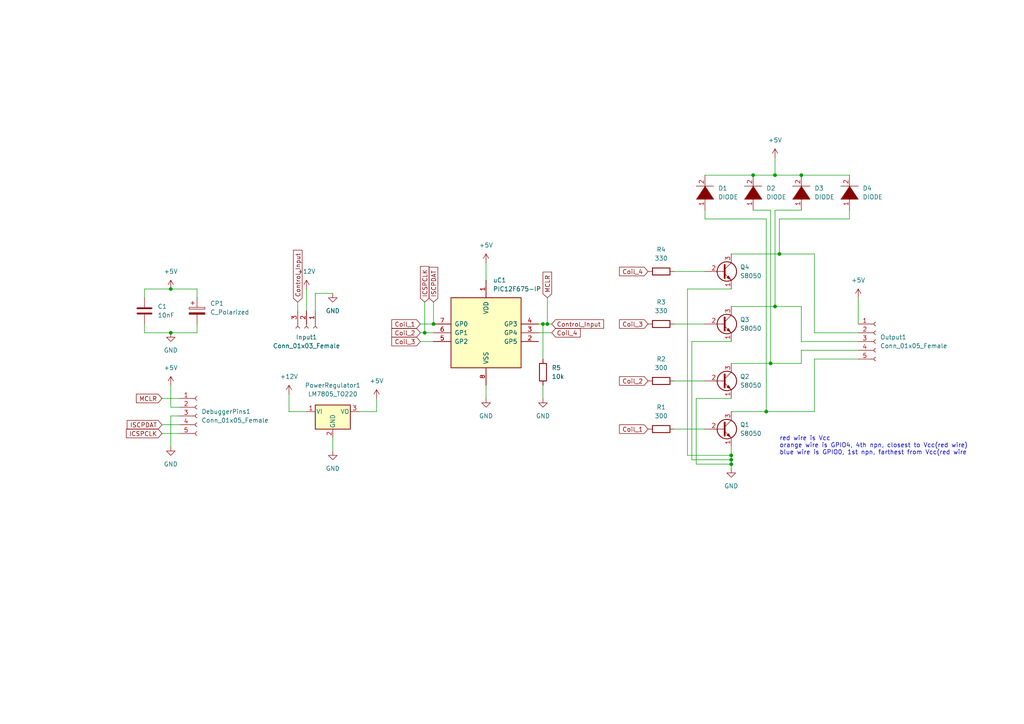
<source format=kicad_sch>
(kicad_sch (version 20211123) (generator eeschema)
  (paper "A4")
  (lib_symbols
    (symbol "Connector:Conn_01x03_Female" (pin_names (offset 1.016) hide)
      (property "Reference" "J" (at 0 5.08 0))
      (property "Value" "Conn_01x03_Female" (at 0 -5.08 0))
      (symbol "Conn_01x03_Female_1_1"
        (arc (start 0 -2.032) (mid -0.508 -2.54) (end 0 -3.048) (stroke (width 0.1524)))
        (polyline (pts (xy -1.27 -2.54) (xy -0.508 -2.54)) (stroke (width 0.1524)))
        (polyline (pts (xy -1.27 0) (xy -0.508 0)) (stroke (width 0.1524)))
        (polyline (pts (xy -1.27 2.54) (xy -0.508 2.54)) (stroke (width 0.1524)))
        (arc (start 0 0.508) (mid -0.508 0) (end 0 -0.508) (stroke (width 0.1524)))
        (arc (start 0 3.048) (mid -0.508 2.54) (end 0 2.032) (stroke (width 0.1524)))
        (pin passive line (at -5.08 2.54 0) (length 3.81) (name "Pin_1") (number "1"))
        (pin passive line (at -5.08 0 0) (length 3.81) (name "Pin_2") (number "2"))
        (pin passive line (at -5.08 -2.54 0) (length 3.81) (name "Pin_3") (number "3"))
      )
    )
    (symbol "Connector:Conn_01x05_Female" (pin_names (offset 1.016) hide)
      (property "Reference" "J" (at 0 7.62 0))
      (property "Value" "Conn_01x05_Female" (at 0 -7.62 0))
      (symbol "Conn_01x05_Female_1_1"
        (arc (start 0 -4.572) (mid -0.508 -5.08) (end 0 -5.588) (stroke (width 0.1524)))
        (arc (start 0 -2.032) (mid -0.508 -2.54) (end 0 -3.048) (stroke (width 0.1524)))
        (polyline (pts (xy -1.27 -5.08) (xy -0.508 -5.08)) (stroke (width 0.1524)))
        (polyline (pts (xy -1.27 -2.54) (xy -0.508 -2.54)) (stroke (width 0.1524)))
        (polyline (pts (xy -1.27 0) (xy -0.508 0)) (stroke (width 0.1524)))
        (polyline (pts (xy -1.27 2.54) (xy -0.508 2.54)) (stroke (width 0.1524)))
        (polyline (pts (xy -1.27 5.08) (xy -0.508 5.08)) (stroke (width 0.1524)))
        (arc (start 0 0.508) (mid -0.508 0) (end 0 -0.508) (stroke (width 0.1524)))
        (arc (start 0 3.048) (mid -0.508 2.54) (end 0 2.032) (stroke (width 0.1524)))
        (arc (start 0 5.588) (mid -0.508 5.08) (end 0 4.572) (stroke (width 0.1524)))
        (pin passive line (at -5.08 5.08 0) (length 3.81) (name "Pin_1") (number "1"))
        (pin passive line (at -5.08 2.54 0) (length 3.81) (name "Pin_2") (number "2"))
        (pin passive line (at -5.08 0 0) (length 3.81) (name "Pin_3") (number "3"))
        (pin passive line (at -5.08 -2.54 0) (length 3.81) (name "Pin_4") (number "4"))
        (pin passive line (at -5.08 -5.08 0) (length 3.81) (name "Pin_5") (number "5"))
      )
    )
    (symbol "Device:C" (pin_numbers hide) (pin_names (offset 0.254))
      (property "Reference" "C" (at 0.635 2.54 0))
      (property "Value" "C" (at 0.635 -2.54 0))
      (symbol "C_0_1"
        (polyline (pts (xy -2.032 -0.762) (xy 2.032 -0.762)) (stroke (width 0.508)))
        (polyline (pts (xy -2.032 0.762) (xy 2.032 0.762)) (stroke (width 0.508)))
      )
      (symbol "C_1_1"
        (pin passive line (at 0 3.81 270) (length 2.794) (name "~") (number "1"))
        (pin passive line (at 0 -3.81 90) (length 2.794) (name "~") (number "2"))
      )
    )
    (symbol "Device:C_Polarized" (pin_numbers hide) (pin_names (offset 0.254))
      (property "Reference" "C" (at 0.635 2.54 0))
      (property "Value" "C_Polarized" (at 0.635 -2.54 0))
      (symbol "C_Polarized_0_1"
        (rectangle (start -2.286 0.508) (end 2.286 1.016))
        (polyline (pts (xy -1.778 2.286) (xy -0.762 2.286)))
        (polyline (pts (xy -1.27 2.794) (xy -1.27 1.778)))
        (rectangle (start 2.286 -0.508) (end -2.286 -1.016) (fill (type outline)))
      )
      (symbol "C_Polarized_1_1"
        (pin passive line (at 0 3.81 270) (length 2.794) (name "~") (number "1"))
        (pin passive line (at 0 -3.81 90) (length 2.794) (name "~") (number "2"))
      )
    )
    (symbol "Device:R" (pin_numbers hide) (pin_names (offset 0))
      (property "Reference" "R" (at 2.032 0 90))
      (property "Value" "R" (at 0 0 90))
      (symbol "R_0_1"
        (rectangle (start -1.016 -2.54) (end 1.016 2.54) (stroke (width 0.254)))
      )
      (symbol "R_1_1"
        (pin passive line (at 0 3.81 270) (length 1.27) (name "~") (number "1"))
        (pin passive line (at 0 -3.81 90) (length 1.27) (name "~") (number "2"))
      )
    )
    (symbol "MCU_Microchip_PIC12:PIC12F675-IP" (pin_names (offset 1.016))
      (property "Reference" "U" (at 1.27 13.97 0))
      (property "Value" "PIC12F675-IP" (at 1.27 11.43 0))
      (symbol "PIC12F675-IP_0_1"
        (rectangle (start 10.16 -10.16) (end -10.16 10.16) (stroke (width 0.254)) (fill (type background)))
      )
      (symbol "PIC12F675-IP_1_1"
        (pin power_in line (at 0 15.24 270) (length 5.08) (name "VDD") (number "1"))
        (pin bidirectional line (at 15.24 -2.54 180) (length 5.08) (name "GP5") (number "2"))
        (pin bidirectional line (at 15.24 0 180) (length 5.08) (name "GP4") (number "3"))
        (pin input line (at 15.24 2.54 180) (length 5.08) (name "GP3") (number "4"))
        (pin bidirectional line (at -15.24 -2.54 0) (length 5.08) (name "GP2") (number "5"))
        (pin bidirectional line (at -15.24 0 0) (length 5.08) (name "GP1") (number "6"))
        (pin bidirectional line (at -15.24 2.54 0) (length 5.08) (name "GP0") (number "7"))
        (pin power_in line (at 0 -15.24 90) (length 5.08) (name "VSS") (number "8"))
      )
    )
    (symbol "Regulator_Linear:LM7805_TO220" (pin_names (offset 0.254))
      (property "Reference" "U" (at -3.81 3.175 0))
      (property "Value" "LM7805_TO220" (at 0 3.175 0))
      (symbol "LM7805_TO220_0_1"
        (rectangle (start -5.08 1.905) (end 5.08 -5.08) (stroke (width 0.254)) (fill (type background)))
      )
      (symbol "LM7805_TO220_1_1"
        (pin power_in line (at -7.62 0 0) (length 2.54) (name "VI") (number "1"))
        (pin power_in line (at 0 -7.62 90) (length 2.54) (name "GND") (number "2"))
        (pin power_out line (at 7.62 0 180) (length 2.54) (name "VO") (number "3"))
      )
    )
    (symbol "Transistor_BJT:S8050" (pin_names (offset 0) hide)
      (property "Reference" "Q" (at 5.08 1.905 0))
      (property "Value" "S8050" (at 5.08 0 0))
      (symbol "S8050_0_1"
        (polyline (pts (xy 0 0) (xy 0.635 0)))
        (polyline (pts (xy 0.635 0.635) (xy 2.54 2.54)))
        (polyline (pts (xy 0.635 -0.635) (xy 2.54 -2.54) (xy 2.54 -2.54)))
        (polyline (pts (xy 0.635 1.905) (xy 0.635 -1.905) (xy 0.635 -1.905)) (stroke (width 0.508)))
        (polyline (pts (xy 1.27 -1.778) (xy 1.778 -1.27) (xy 2.286 -2.286) (xy 1.27 -1.778) (xy 1.27 -1.778)) (fill (type outline)))
        (circle (center 1.27 0) (radius 2.8194) (stroke (width 0.254)))
      )
      (symbol "S8050_1_1"
        (pin passive line (at 2.54 -5.08 90) (length 2.54) (name "E") (number "1"))
        (pin input line (at -5.08 0 0) (length 5.08) (name "B") (number "2"))
        (pin passive line (at 2.54 5.08 270) (length 2.54) (name "C") (number "3"))
      )
    )
    (symbol "power:+12V" (power) (pin_names (offset 0))
      (property "Value" "+12V" (at 0 3.556 0))
      (symbol "+12V_0_1"
        (polyline (pts (xy -0.762 1.27) (xy 0 2.54)))
        (polyline (pts (xy 0 0) (xy 0 2.54)))
        (polyline (pts (xy 0 2.54) (xy 0.762 1.27)))
      )
      (symbol "+12V_1_1"
        (pin power_in line (at 0 0 90) (length 0) hide (name "+12V") (number "1"))
      )
    )
    (symbol "power:+5V" (power) (pin_names (offset 0))
      (property "Value" "+5V" (at 0 3.556 0))
      (symbol "+5V_0_1"
        (polyline (pts (xy -0.762 1.27) (xy 0 2.54)))
        (polyline (pts (xy 0 0) (xy 0 2.54)))
        (polyline (pts (xy 0 2.54) (xy 0.762 1.27)))
      )
      (symbol "+5V_1_1"
        (pin power_in line (at 0 0 90) (length 0) hide (name "+5V") (number "1"))
      )
    )
    (symbol "power:GND" (power) (pin_names (offset 0))
      (property "Value" "GND" (at 0 -3.81 0))
      (symbol "GND_0_1"
        (polyline (pts (xy 0 0) (xy 0 -1.27) (xy 1.27 -1.27) (xy 0 -2.54) (xy -1.27 -1.27) (xy 0 -1.27)))
      )
      (symbol "GND_1_1"
        (pin power_in line (at 0 0 270) (length 0) hide (name "GND") (number "1"))
      )
    )
    (symbol "pspice:DIODE" (pin_names (offset 1.016) hide)
      (property "Reference" "D" (at 0 3.81 0))
      (property "Value" "DIODE" (at 0 -4.445 0))
      (symbol "DIODE_0_1"
        (polyline (pts (xy 1.905 2.54) (xy 1.905 -2.54)))
        (polyline (pts (xy -1.905 2.54) (xy -1.905 -2.54) (xy 1.905 0)) (fill (type outline)))
      )
      (symbol "DIODE_1_1"
        (pin input line (at -5.08 0 0) (length 3.81) (name "K") (number "1"))
        (pin input line (at 5.08 0 180) (length 3.81) (name "A") (number "2"))
      )
    )
  )
  (junction (at 226.06 73.66))
  (junction (at 212.09 132.08))
  (junction (at 157.48 93.98))
  (junction (at 158.75 93.98))
  (junction (at 224.79 88.9))
  (junction (at 49.53 96.52))
  (junction (at 223.52 105.41))
  (junction (at 224.79 50.8))
  (junction (at 222.25 119.38))
  (junction (at 212.09 134.62))
  (junction (at 218.44 50.8))
  (junction (at 123.19 96.52))
  (junction (at 232.41 50.8))
  (junction (at 125.73 93.98))
  (junction (at 49.53 83.82))
  (junction (at 212.09 133.35))
  (wire (pts (xy 86.36 87.63) (xy 86.36 90.17)))
  (wire (pts (xy 41.91 83.82) (xy 49.53 83.82)))
  (wire (pts (xy 49.53 129.54) (xy 49.53 120.65)))
  (wire (pts (xy 212.09 73.66) (xy 226.06 73.66)))
  (wire (pts (xy 125.73 87.63) (xy 125.73 93.98)))
  (wire (pts (xy 158.75 93.98) (xy 157.48 93.98)))
  (wire (pts (xy 121.92 96.52) (xy 123.19 96.52)))
  (wire (pts (xy 83.82 119.38) (xy 88.9 119.38)))
  (wire (pts (xy 224.79 88.9) (xy 232.41 88.9)))
  (wire (pts (xy 246.38 60.96) (xy 246.38 63.5)))
  (wire (pts (xy 232.41 50.8) (xy 246.38 50.8)))
  (wire (pts (xy 121.92 93.98) (xy 125.73 93.98)))
  (wire (pts (xy 224.79 50.8) (xy 232.41 50.8)))
  (wire (pts (xy 49.53 120.65) (xy 52.07 120.65)))
  (wire (pts (xy 212.09 119.38) (xy 222.25 119.38)))
  (wire (pts (xy 201.93 115.57) (xy 201.93 134.62)))
  (wire (pts (xy 236.22 96.52) (xy 248.92 96.52)))
  (wire (pts (xy 199.39 83.82) (xy 199.39 132.08)))
  (wire (pts (xy 57.15 83.82) (xy 57.15 86.36)))
  (wire (pts (xy 212.09 133.35) (xy 212.09 134.62)))
  (wire (pts (xy 195.58 93.98) (xy 204.47 93.98)))
  (wire (pts (xy 49.53 96.52) (xy 41.91 96.52)))
  (wire (pts (xy 91.44 90.17) (xy 91.44 85.09)))
  (wire (pts (xy 212.09 83.82) (xy 199.39 83.82)))
  (wire (pts (xy 212.09 115.57) (xy 201.93 115.57)))
  (wire (pts (xy 57.15 93.98) (xy 57.15 96.52)))
  (wire (pts (xy 140.97 76.2) (xy 140.97 81.28)))
  (wire (pts (xy 248.92 86.36) (xy 248.92 93.98)))
  (wire (pts (xy 204.47 50.8) (xy 218.44 50.8)))
  (wire (pts (xy 46.99 115.57) (xy 52.07 115.57)))
  (wire (pts (xy 109.22 119.38) (xy 104.14 119.38)))
  (wire (pts (xy 96.52 127) (xy 96.52 130.81)))
  (wire (pts (xy 236.22 73.66) (xy 236.22 96.52)))
  (wire (pts (xy 57.15 96.52) (xy 49.53 96.52)))
  (wire (pts (xy 232.41 60.96) (xy 224.79 60.96)))
  (wire (pts (xy 212.09 99.06) (xy 200.66 99.06)))
  (wire (pts (xy 222.25 119.38) (xy 236.22 119.38)))
  (wire (pts (xy 160.02 96.52) (xy 156.21 96.52)))
  (wire (pts (xy 232.41 105.41) (xy 232.41 101.6)))
  (wire (pts (xy 123.19 87.63) (xy 123.19 96.52)))
  (wire (pts (xy 195.58 110.49) (xy 204.47 110.49)))
  (wire (pts (xy 232.41 99.06) (xy 248.92 99.06)))
  (wire (pts (xy 201.93 134.62) (xy 212.09 134.62)))
  (wire (pts (xy 232.41 101.6) (xy 248.92 101.6)))
  (wire (pts (xy 226.06 73.66) (xy 236.22 73.66)))
  (wire (pts (xy 204.47 60.96) (xy 204.47 63.5)))
  (wire (pts (xy 123.19 96.52) (xy 125.73 96.52)))
  (wire (pts (xy 223.52 60.96) (xy 223.52 105.41)))
  (wire (pts (xy 218.44 60.96) (xy 223.52 60.96)))
  (wire (pts (xy 226.06 63.5) (xy 226.06 73.66)))
  (wire (pts (xy 158.75 86.36) (xy 158.75 93.98)))
  (wire (pts (xy 224.79 45.72) (xy 224.79 50.8)))
  (wire (pts (xy 200.66 133.35) (xy 212.09 133.35)))
  (wire (pts (xy 195.58 78.74) (xy 204.47 78.74)))
  (wire (pts (xy 46.99 125.73) (xy 52.07 125.73)))
  (wire (pts (xy 41.91 86.36) (xy 41.91 83.82)))
  (wire (pts (xy 41.91 96.52) (xy 41.91 93.98)))
  (wire (pts (xy 212.09 88.9) (xy 224.79 88.9)))
  (wire (pts (xy 49.53 111.76) (xy 49.53 118.11)))
  (wire (pts (xy 109.22 115.57) (xy 109.22 119.38)))
  (wire (pts (xy 204.47 63.5) (xy 222.25 63.5)))
  (wire (pts (xy 212.09 132.08) (xy 212.09 133.35)))
  (wire (pts (xy 157.48 93.98) (xy 157.48 104.14)))
  (wire (pts (xy 199.39 132.08) (xy 212.09 132.08)))
  (wire (pts (xy 236.22 119.38) (xy 236.22 104.14)))
  (wire (pts (xy 195.58 124.46) (xy 204.47 124.46)))
  (wire (pts (xy 224.79 60.96) (xy 224.79 88.9)))
  (wire (pts (xy 232.41 88.9) (xy 232.41 99.06)))
  (wire (pts (xy 49.53 118.11) (xy 52.07 118.11)))
  (wire (pts (xy 222.25 63.5) (xy 222.25 119.38)))
  (wire (pts (xy 212.09 105.41) (xy 223.52 105.41)))
  (wire (pts (xy 121.92 99.06) (xy 125.73 99.06)))
  (wire (pts (xy 160.02 93.98) (xy 158.75 93.98)))
  (wire (pts (xy 83.82 114.3) (xy 83.82 119.38)))
  (wire (pts (xy 223.52 105.41) (xy 232.41 105.41)))
  (wire (pts (xy 218.44 50.8) (xy 224.79 50.8)))
  (wire (pts (xy 212.09 134.62) (xy 212.09 135.89)))
  (wire (pts (xy 140.97 111.76) (xy 140.97 115.57)))
  (wire (pts (xy 88.9 83.82) (xy 88.9 90.17)))
  (wire (pts (xy 46.99 123.19) (xy 52.07 123.19)))
  (wire (pts (xy 226.06 63.5) (xy 246.38 63.5)))
  (wire (pts (xy 157.48 111.76) (xy 157.48 115.57)))
  (wire (pts (xy 212.09 129.54) (xy 212.09 132.08)))
  (wire (pts (xy 91.44 85.09) (xy 96.52 85.09)))
  (wire (pts (xy 236.22 104.14) (xy 248.92 104.14)))
  (wire (pts (xy 157.48 93.98) (xy 156.21 93.98)))
  (wire (pts (xy 200.66 99.06) (xy 200.66 133.35)))
  (wire (pts (xy 49.53 83.82) (xy 57.15 83.82)))
  (text "red wire is Vcc\norange wire is GPIO4, 4th npn, closest to Vcc(red wire)\nblue wire is GPIO0, 1st npn, farthest from Vcc(red wire" (at 226.06 132.08 0) (effects (font (size 1.27 1.27)) (justify left bottom)))
  (global_label "Coil_3" (shape input) (at 187.96 93.98 180) (property "Intersheet References" "${INTERSHEET_REFS}" (effects hide)))
  (global_label "Control_Input" (shape input) (at 86.36 87.63 90) (property "Intersheet References" "${INTERSHEET_REFS}" (effects hide)))
  (global_label "Coil_3" (shape input) (at 121.92 99.06 180) (property "Intersheet References" "${INTERSHEET_REFS}" (effects hide)))
  (global_label "Coil_1" (shape input) (at 187.96 124.46 180) (property "Intersheet References" "${INTERSHEET_REFS}" (effects hide)))
  (global_label "MCLR" (shape input) (at 46.99 115.57 180) (property "Intersheet References" "${INTERSHEET_REFS}" (effects hide)))
  (global_label "Coil_4" (shape input) (at 187.96 78.74 180) (property "Intersheet References" "${INTERSHEET_REFS}" (effects hide)))
  (global_label "ISCPDAT" (shape input) (at 125.73 87.63 90) (property "Intersheet References" "${INTERSHEET_REFS}" (effects hide)))
  (global_label "ICSPCLK" (shape input) (at 123.19 87.63 90) (property "Intersheet References" "${INTERSHEET_REFS}" (effects hide)))
  (global_label "Coil_4" (shape input) (at 160.02 96.52 0) (property "Intersheet References" "${INTERSHEET_REFS}" (effects hide)))
  (global_label "Control_Input" (shape input) (at 160.02 93.98 0) (property "Intersheet References" "${INTERSHEET_REFS}" (effects hide)))
  (global_label "Coil_1" (shape input) (at 121.92 93.98 180) (property "Intersheet References" "${INTERSHEET_REFS}" (effects hide)))
  (global_label "Coil_2" (shape input) (at 187.96 110.49 180) (property "Intersheet References" "${INTERSHEET_REFS}" (effects hide)))
  (global_label "MCLR" (shape input) (at 158.75 86.36 90) (property "Intersheet References" "${INTERSHEET_REFS}" (effects hide)))
  (global_label "ISCPDAT" (shape input) (at 46.99 123.19 180) (property "Intersheet References" "${INTERSHEET_REFS}" (effects hide)))
  (global_label "Coil_2" (shape input) (at 121.92 96.52 180) (property "Intersheet References" "${INTERSHEET_REFS}" (effects hide)))
  (global_label "ICSPCLK" (shape input) (at 46.99 125.73 180) (property "Intersheet References" "${INTERSHEET_REFS}" (effects hide)))
  (symbol (lib_id "pspice:DIODE") (at 204.47 55.88 90) (unit 1)
    (property "Reference" "D1" (at 208.28 54.6099 90) (effects (justify right)))
    (property "Value" "DIODE" (at 208.28 57.1499 90) (effects (justify right)))
    (property "Footprint" "Diode_THT:D_DO-34_SOD68_P7.62mm_Horizontal" (effects hide))
  )
  (symbol (lib_id "power:GND") (at 49.53 96.52 0) (unit 1)
    (property "Reference" "#PWR0104" (effects hide))
    (property "Value" "GND" (at 49.53 101.6 0))
  )
  (symbol (lib_id "Connector:Conn_01x05_Female") (at 57.15 120.65 0) (unit 1)
    (property "Reference" "DebuggerPins1" (at 58.42 119.3799 0) (effects (justify left)))
    (property "Value" "Conn_01x05_Female" (at 58.42 121.9199 0) (effects (justify left)))
    (property "Footprint" "Connector_PinHeader_2.54mm:PinHeader_1x05_P2.54mm_Vertical" (effects hide))
  )
  (symbol (lib_id "power:+12V") (at 83.82 114.3 0) (unit 1)
    (property "Reference" "#PWR0107" (effects hide))
    (property "Value" "+12V" (at 83.82 109.22 0))
  )
  (symbol (lib_id "Regulator_Linear:LM7805_TO220") (at 96.52 119.38 0) (unit 1)
    (property "Reference" "PowerRegulator1" (at 96.52 111.76 0))
    (property "Value" "LM7805_TO220" (at 96.52 114.3 0))
    (property "Footprint" "Package_TO_SOT_THT:TO-220-3_Vertical" (effects hide))
    (property "Datasheet" "https://www.onsemi.cn/PowerSolutions/document/MC7800-D.PDF" (effects hide))
  )
  (symbol (lib_id "power:GND") (at 212.09 135.89 0) (unit 1)
    (property "Reference" "#PWR0101" (effects hide))
    (property "Value" "GND" (at 212.09 140.97 0))
  )
  (symbol (lib_id "power:GND") (at 157.48 115.57 0) (unit 1)
    (property "Reference" "#PWR0108" (effects hide))
    (property "Value" "GND" (at 157.48 120.65 0))
  )
  (symbol (lib_id "Device:R") (at 191.77 93.98 90) (unit 1)
    (property "Reference" "R3" (at 191.77 87.63 90))
    (property "Value" "330" (at 191.77 90.17 90))
    (property "Footprint" "Resistor_THT:R_Axial_DIN0207_L6.3mm_D2.5mm_P7.62mm_Horizontal" (effects hide))
  )
  (symbol (lib_id "power:GND") (at 140.97 115.57 0) (unit 1)
    (property "Reference" "#PWR0102" (effects hide))
    (property "Value" "GND" (at 140.97 120.65 0))
  )
  (symbol (lib_id "power:+5V") (at 49.53 111.76 0) (unit 1)
    (property "Reference" "#PWR0114" (effects hide))
    (property "Value" "+5V" (at 49.53 106.68 0))
  )
  (symbol (lib_id "pspice:DIODE") (at 218.44 55.88 90) (unit 1)
    (property "Reference" "D2" (at 222.25 54.6099 90) (effects (justify right)))
    (property "Value" "DIODE" (at 222.25 57.1499 90) (effects (justify right)))
    (property "Footprint" "Diode_THT:D_DO-34_SOD68_P7.62mm_Horizontal" (effects hide))
  )
  (symbol (lib_id "Transistor_BJT:S8050") (at 209.55 124.46 0) (unit 1)
    (property "Reference" "Q1" (at 214.63 123.1899 0) (effects (justify left)))
    (property "Value" "S8050" (at 214.63 125.7299 0) (effects (justify left)))
    (property "Footprint" "Package_TO_SOT_THT:TO-92_Inline" (effects hide))
    (property "Datasheet" "http://www.unisonic.com.tw/datasheet/S8050.pdf" (effects hide))
  )
  (symbol (lib_id "Transistor_BJT:S8050") (at 209.55 78.74 0) (unit 1)
    (property "Reference" "Q4" (at 214.63 77.4699 0) (effects (justify left)))
    (property "Value" "S8050" (at 214.63 80.0099 0) (effects (justify left)))
    (property "Footprint" "Package_TO_SOT_THT:TO-92_Inline" (effects hide))
    (property "Datasheet" "http://www.unisonic.com.tw/datasheet/S8050.pdf" (effects hide))
  )
  (symbol (lib_id "Device:R") (at 157.48 107.95 180) (unit 1)
    (property "Reference" "R5" (at 160.02 106.6799 0) (effects (justify right)))
    (property "Value" "10k" (at 160.02 109.2199 0) (effects (justify right)))
    (property "Footprint" "Resistor_THT:R_Axial_DIN0207_L6.3mm_D2.5mm_P7.62mm_Horizontal" (effects hide))
  )
  (symbol (lib_id "MCU_Microchip_PIC12:PIC12F675-IP") (at 140.97 96.52 0) (unit 1)
    (property "Reference" "uC1" (at 142.9894 81.28 0) (effects (justify left)))
    (property "Value" "PIC12F675-IP" (at 142.9894 83.82 0) (effects (justify left)))
    (property "Footprint" "Package_DIP:DIP-8_W7.62mm" (effects hide))
    (property "Datasheet" "http://ww1.microchip.com/downloads/en/DeviceDoc/41190G.pdf" (effects hide))
  )
  (symbol (lib_id "power:+5V") (at 49.53 83.82 0) (unit 1)
    (property "Reference" "#PWR0105" (effects hide))
    (property "Value" "+5V" (at 49.53 78.74 0))
  )
  (symbol (lib_id "Device:C") (at 41.91 90.17 180) (unit 1)
    (property "Reference" "C1" (at 45.72 88.8999 0) (effects (justify right)))
    (property "Value" "10nF" (at 45.72 91.4399 0) (effects (justify right)))
    (property "Footprint" "Capacitor_THT:C_Disc_D3.0mm_W2.0mm_P2.50mm" (effects hide))
  )
  (symbol (lib_id "Device:R") (at 191.77 78.74 90) (unit 1)
    (property "Reference" "R4" (at 191.77 72.39 90))
    (property "Value" "330" (at 191.77 74.93 90))
    (property "Footprint" "Resistor_THT:R_Axial_DIN0207_L6.3mm_D2.5mm_P7.62mm_Horizontal" (effects hide))
  )
  (symbol (lib_id "power:+5V") (at 248.92 86.36 0) (unit 1)
    (property "Reference" "#PWR0110" (effects hide))
    (property "Value" "+5V" (at 248.92 81.28 0))
  )
  (symbol (lib_id "power:GND") (at 96.52 85.09 0) (unit 1)
    (property "Reference" "#PWR0106" (effects hide))
    (property "Value" "GND" (at 96.52 90.17 0))
  )
  (symbol (lib_id "Transistor_BJT:S8050") (at 209.55 93.98 0) (unit 1)
    (property "Reference" "Q3" (at 214.63 92.7099 0) (effects (justify left)))
    (property "Value" "S8050" (at 214.63 95.2499 0) (effects (justify left)))
    (property "Footprint" "Package_TO_SOT_THT:TO-92_Inline" (effects hide))
    (property "Datasheet" "http://www.unisonic.com.tw/datasheet/S8050.pdf" (effects hide))
  )
  (symbol (lib_id "power:+12V") (at 88.9 83.82 0) (unit 1)
    (property "Reference" "#PWR0111" (effects hide))
    (property "Value" "+12V" (at 88.9 78.74 0))
  )
  (symbol (lib_id "Transistor_BJT:S8050") (at 209.55 110.49 0) (unit 1)
    (property "Reference" "Q2" (at 214.63 109.2199 0) (effects (justify left)))
    (property "Value" "S8050" (at 214.63 111.7599 0) (effects (justify left)))
    (property "Footprint" "Package_TO_SOT_THT:TO-92_Inline" (effects hide))
    (property "Datasheet" "http://www.unisonic.com.tw/datasheet/S8050.pdf" (effects hide))
  )
  (symbol (lib_id "Device:C_Polarized") (at 57.15 90.17 0) (unit 1)
    (property "Reference" "CP1" (at 60.96 88.0109 0) (effects (justify left)))
    (property "Value" "C_Polarized" (at 60.96 90.5509 0) (effects (justify left)))
    (property "Footprint" "Capacitor_THT:CP_Radial_D5.0mm_P2.50mm" (effects hide))
  )
  (symbol (lib_id "Device:R") (at 191.77 110.49 90) (unit 1)
    (property "Reference" "R2" (at 191.77 104.14 90))
    (property "Value" "300" (at 191.77 106.68 90))
    (property "Footprint" "Resistor_THT:R_Axial_DIN0207_L6.3mm_D2.5mm_P7.62mm_Horizontal" (effects hide))
  )
  (symbol (lib_id "power:GND") (at 49.53 129.54 0) (unit 1)
    (property "Reference" "#PWR0115" (effects hide))
    (property "Value" "GND" (at 49.53 134.62 0))
  )
  (symbol (lib_id "Connector:Conn_01x03_Female") (at 88.9 95.25 270) (unit 1)
    (property "Reference" "Input1" (at 88.9 97.79 90))
    (property "Value" "Conn_01x03_Female" (at 88.9 100.33 90))
    (property "Footprint" "Connector_PinHeader_2.54mm:PinHeader_1x03_P2.54mm_Vertical" (effects hide))
  )
  (symbol (lib_id "pspice:DIODE") (at 246.38 55.88 90) (unit 1)
    (property "Reference" "D4" (at 250.19 54.6099 90) (effects (justify right)))
    (property "Value" "DIODE" (at 250.19 57.1499 90) (effects (justify right)))
    (property "Footprint" "Diode_THT:D_DO-34_SOD68_P7.62mm_Horizontal" (effects hide))
  )
  (symbol (lib_id "pspice:DIODE") (at 232.41 55.88 90) (unit 1)
    (property "Reference" "D3" (at 236.22 54.6099 90) (effects (justify right)))
    (property "Value" "DIODE" (at 236.22 57.1499 90) (effects (justify right)))
    (property "Footprint" "Diode_THT:D_DO-34_SOD68_P7.62mm_Horizontal" (effects hide))
  )
  (symbol (lib_id "power:+5V") (at 109.22 115.57 0) (unit 1)
    (property "Reference" "#PWR0112" (effects hide))
    (property "Value" "+5V" (at 109.22 110.49 0))
  )
  (symbol (lib_id "Device:R") (at 191.77 124.46 90) (unit 1)
    (property "Reference" "R1" (at 191.77 118.11 90))
    (property "Value" "300" (at 191.77 120.65 90))
    (property "Footprint" "Resistor_THT:R_Axial_DIN0207_L6.3mm_D2.5mm_P7.62mm_Horizontal" (effects hide))
  )
  (symbol (lib_id "power:GND") (at 96.52 130.81 0) (unit 1)
    (property "Reference" "#PWR0113" (effects hide))
    (property "Value" "GND" (at 96.52 135.89 0))
  )
  (symbol (lib_id "power:+5V") (at 224.79 45.72 0) (unit 1)
    (property "Reference" "#PWR0109" (effects hide))
    (property "Value" "+5V" (at 224.79 40.64 0))
  )
  (symbol (lib_id "Connector:Conn_01x05_Female") (at 254 99.06 0) (unit 1)
    (property "Reference" "Output1" (at 255.27 97.7899 0) (effects (justify left)))
    (property "Value" "Conn_01x05_Female" (at 255.27 100.3299 0) (effects (justify left)))
    (property "Footprint" "Connector_PinHeader_2.54mm:PinHeader_1x05_P2.54mm_Vertical" (effects hide))
  )
  (symbol (lib_id "power:+5V") (at 140.97 76.2 0) (unit 1)
    (property "Reference" "#PWR0103" (effects hide))
    (property "Value" "+5V" (at 140.97 71.12 0))
  )
)
</source>
